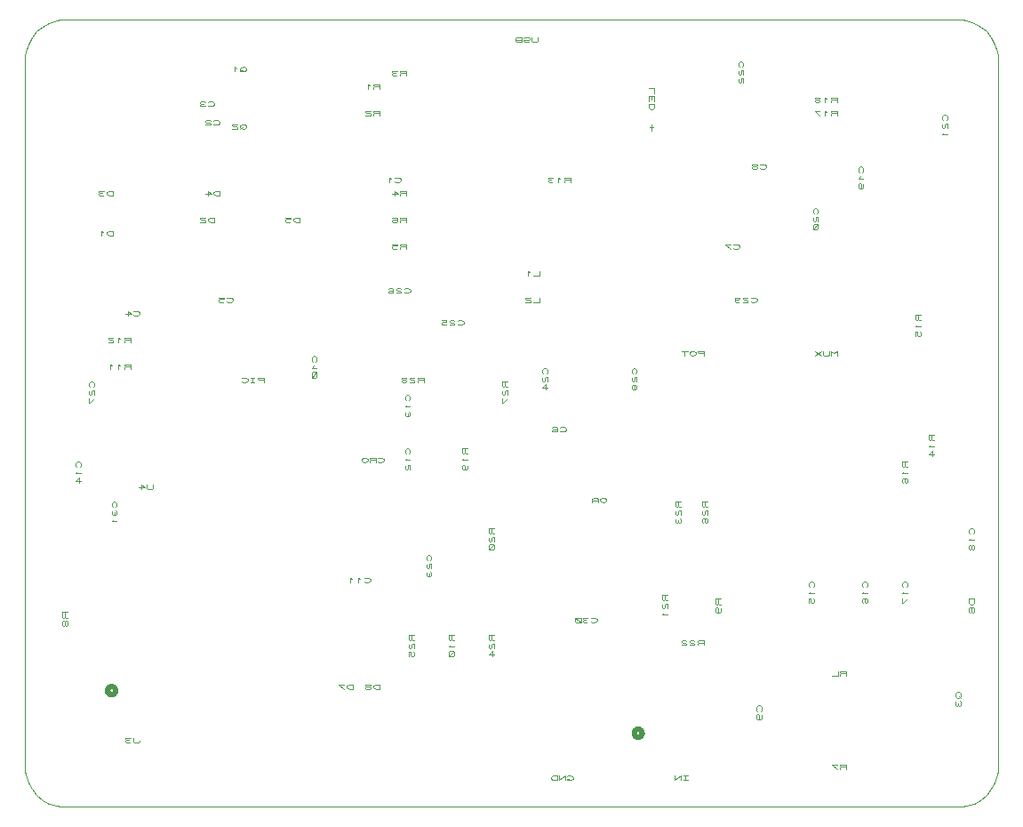
<source format=gbr>
G04 PROTEUS GERBER X2 FILE*
%TF.GenerationSoftware,Labcenter,Proteus,8.16-SP3-Build36097*%
%TF.CreationDate,2025-03-10T19:07:48+00:00*%
%TF.FileFunction,Legend,Bot*%
%TF.FilePolarity,Positive*%
%TF.Part,Single*%
%TF.SameCoordinates,{20daa937-f823-4944-9cf4-50eea9ef3d69}*%
%FSLAX45Y45*%
%MOMM*%
G01*
%TA.AperFunction,NonMaterial*%
%ADD21C,0.101600*%
%TA.AperFunction,Material*%
%ADD23C,0.508000*%
%TA.AperFunction,Profile*%
%ADD20C,0.101600*%
%TD.AperFunction*%
D21*
X+8369300Y+3660140D02*
X+8369300Y+3705860D01*
X+8321675Y+3705860D01*
X+8312150Y+3698240D01*
X+8312150Y+3690620D01*
X+8321675Y+3683000D01*
X+8369300Y+3683000D01*
X+8321675Y+3683000D02*
X+8312150Y+3675380D01*
X+8312150Y+3660140D01*
X+8274050Y+3690620D02*
X+8255000Y+3705860D01*
X+8255000Y+3660140D01*
X+8197850Y+3683000D02*
X+8207375Y+3690620D01*
X+8207375Y+3698240D01*
X+8197850Y+3705860D01*
X+8169275Y+3705860D01*
X+8159750Y+3698240D01*
X+8159750Y+3690620D01*
X+8169275Y+3683000D01*
X+8197850Y+3683000D01*
X+8207375Y+3675380D01*
X+8207375Y+3667760D01*
X+8197850Y+3660140D01*
X+8169275Y+3660140D01*
X+8159750Y+3667760D01*
X+8159750Y+3675380D01*
X+8169275Y+3683000D01*
X+8369300Y+3533140D02*
X+8369300Y+3578860D01*
X+8321675Y+3578860D01*
X+8312150Y+3571240D01*
X+8312150Y+3563620D01*
X+8321675Y+3556000D01*
X+8369300Y+3556000D01*
X+8321675Y+3556000D02*
X+8312150Y+3548380D01*
X+8312150Y+3533140D01*
X+8274050Y+3563620D02*
X+8255000Y+3578860D01*
X+8255000Y+3533140D01*
X+8207375Y+3578860D02*
X+8159750Y+3578860D01*
X+8159750Y+3571240D01*
X+8207375Y+3533140D01*
X+7470140Y+3994150D02*
X+7477760Y+4003675D01*
X+7477760Y+4032250D01*
X+7462520Y+4051300D01*
X+7447280Y+4051300D01*
X+7432040Y+4032250D01*
X+7432040Y+4003675D01*
X+7439660Y+3994150D01*
X+7439660Y+3965575D02*
X+7432040Y+3956050D01*
X+7432040Y+3927475D01*
X+7439660Y+3917950D01*
X+7447280Y+3917950D01*
X+7454900Y+3927475D01*
X+7454900Y+3956050D01*
X+7462520Y+3965575D01*
X+7477760Y+3965575D01*
X+7477760Y+3917950D01*
X+7439660Y+3889375D02*
X+7432040Y+3879850D01*
X+7432040Y+3851275D01*
X+7439660Y+3841750D01*
X+7447280Y+3841750D01*
X+7454900Y+3851275D01*
X+7454900Y+3879850D01*
X+7462520Y+3889375D01*
X+7477760Y+3889375D01*
X+7477760Y+3841750D01*
X+9413240Y+3486150D02*
X+9420860Y+3495675D01*
X+9420860Y+3524250D01*
X+9405620Y+3543300D01*
X+9390380Y+3543300D01*
X+9375140Y+3524250D01*
X+9375140Y+3495675D01*
X+9382760Y+3486150D01*
X+9382760Y+3457575D02*
X+9375140Y+3448050D01*
X+9375140Y+3419475D01*
X+9382760Y+3409950D01*
X+9390380Y+3409950D01*
X+9398000Y+3419475D01*
X+9398000Y+3448050D01*
X+9405620Y+3457575D01*
X+9420860Y+3457575D01*
X+9420860Y+3409950D01*
X+9390380Y+3371850D02*
X+9375140Y+3352800D01*
X+9420860Y+3352800D01*
X+8369300Y+1247140D02*
X+8369300Y+1292860D01*
X+8340725Y+1270000D01*
X+8312150Y+1292860D01*
X+8312150Y+1247140D01*
X+8293100Y+1292860D02*
X+8293100Y+1254760D01*
X+8283575Y+1247140D01*
X+8245475Y+1247140D01*
X+8235950Y+1254760D01*
X+8235950Y+1292860D01*
X+8216900Y+1292860D02*
X+8159750Y+1247140D01*
X+8216900Y+1247140D02*
X+8159750Y+1292860D01*
X+8181340Y+2597150D02*
X+8188960Y+2606675D01*
X+8188960Y+2635250D01*
X+8173720Y+2654300D01*
X+8158480Y+2654300D01*
X+8143240Y+2635250D01*
X+8143240Y+2606675D01*
X+8150860Y+2597150D01*
X+8150860Y+2568575D02*
X+8143240Y+2559050D01*
X+8143240Y+2530475D01*
X+8150860Y+2520950D01*
X+8158480Y+2520950D01*
X+8166100Y+2530475D01*
X+8166100Y+2559050D01*
X+8173720Y+2568575D01*
X+8188960Y+2568575D01*
X+8188960Y+2520950D01*
X+8181340Y+2501900D02*
X+8150860Y+2501900D01*
X+8143240Y+2492375D01*
X+8143240Y+2454275D01*
X+8150860Y+2444750D01*
X+8181340Y+2444750D01*
X+8188960Y+2454275D01*
X+8188960Y+2492375D01*
X+8181340Y+2501900D01*
X+8188960Y+2501900D02*
X+8143240Y+2444750D01*
X+8458200Y-2689860D02*
X+8458200Y-2644140D01*
X+8410575Y-2644140D01*
X+8401050Y-2651760D01*
X+8401050Y-2659380D01*
X+8410575Y-2667000D01*
X+8458200Y-2667000D01*
X+8410575Y-2667000D02*
X+8401050Y-2674620D01*
X+8401050Y-2689860D01*
X+8372475Y-2644140D02*
X+8324850Y-2644140D01*
X+8324850Y-2651760D01*
X+8372475Y-2689860D01*
X+7639050Y+3032760D02*
X+7648575Y+3025140D01*
X+7677150Y+3025140D01*
X+7696200Y+3040380D01*
X+7696200Y+3055620D01*
X+7677150Y+3070860D01*
X+7648575Y+3070860D01*
X+7639050Y+3063240D01*
X+7600950Y+3048000D02*
X+7610475Y+3055620D01*
X+7610475Y+3063240D01*
X+7600950Y+3070860D01*
X+7572375Y+3070860D01*
X+7562850Y+3063240D01*
X+7562850Y+3055620D01*
X+7572375Y+3048000D01*
X+7600950Y+3048000D01*
X+7610475Y+3040380D01*
X+7610475Y+3032760D01*
X+7600950Y+3025140D01*
X+7572375Y+3025140D01*
X+7562850Y+3032760D01*
X+7562850Y+3040380D01*
X+7572375Y+3048000D01*
X+7385050Y+2270760D02*
X+7394575Y+2263140D01*
X+7423150Y+2263140D01*
X+7442200Y+2278380D01*
X+7442200Y+2293620D01*
X+7423150Y+2308860D01*
X+7394575Y+2308860D01*
X+7385050Y+2301240D01*
X+7356475Y+2308860D02*
X+7308850Y+2308860D01*
X+7308850Y+2301240D01*
X+7356475Y+2263140D01*
X+9674860Y-1066800D02*
X+9629140Y-1066800D01*
X+9629140Y-1104900D01*
X+9644380Y-1123950D01*
X+9659620Y-1123950D01*
X+9674860Y-1104900D01*
X+9674860Y-1066800D01*
X+9636760Y-1200150D02*
X+9629140Y-1190625D01*
X+9629140Y-1162050D01*
X+9636760Y-1152525D01*
X+9667240Y-1152525D01*
X+9674860Y-1162050D01*
X+9674860Y-1190625D01*
X+9667240Y-1200150D01*
X+9659620Y-1200150D01*
X+9652000Y-1190625D01*
X+9652000Y-1152525D01*
X+9517380Y-1955800D02*
X+9502140Y-1974850D01*
X+9502140Y-1993900D01*
X+9517380Y-2012950D01*
X+9532620Y-2012950D01*
X+9547860Y-1993900D01*
X+9547860Y-1974850D01*
X+9532620Y-1955800D01*
X+9517380Y-1955800D01*
X+9532620Y-1993900D02*
X+9547860Y-2012950D01*
X+9509760Y-2041525D02*
X+9502140Y-2051050D01*
X+9502140Y-2079625D01*
X+9509760Y-2089150D01*
X+9517380Y-2089150D01*
X+9525000Y-2079625D01*
X+9532620Y-2089150D01*
X+9540240Y-2089150D01*
X+9547860Y-2079625D01*
X+9547860Y-2051050D01*
X+9540240Y-2041525D01*
X+9525000Y-2060575D02*
X+9525000Y-2079625D01*
X+7643240Y-2139950D02*
X+7650860Y-2130425D01*
X+7650860Y-2101850D01*
X+7635620Y-2082800D01*
X+7620380Y-2082800D01*
X+7605140Y-2101850D01*
X+7605140Y-2130425D01*
X+7612760Y-2139950D01*
X+7620380Y-2216150D02*
X+7628000Y-2206625D01*
X+7628000Y-2178050D01*
X+7620380Y-2168525D01*
X+7612760Y-2168525D01*
X+7605140Y-2178050D01*
X+7605140Y-2206625D01*
X+7612760Y-2216150D01*
X+7643240Y-2216150D01*
X+7650860Y-2206625D01*
X+7650860Y-2178050D01*
X+8143240Y-958850D02*
X+8150860Y-949325D01*
X+8150860Y-920750D01*
X+8135620Y-901700D01*
X+8120380Y-901700D01*
X+8105140Y-920750D01*
X+8105140Y-949325D01*
X+8112760Y-958850D01*
X+8120380Y-996950D02*
X+8105140Y-1016000D01*
X+8150860Y-1016000D01*
X+8105140Y-1111250D02*
X+8105140Y-1063625D01*
X+8120380Y-1063625D01*
X+8120380Y-1101725D01*
X+8128000Y-1111250D01*
X+8143240Y-1111250D01*
X+8150860Y-1101725D01*
X+8150860Y-1073150D01*
X+8143240Y-1063625D01*
X+8651240Y-958850D02*
X+8658860Y-949325D01*
X+8658860Y-920750D01*
X+8643620Y-901700D01*
X+8628380Y-901700D01*
X+8613140Y-920750D01*
X+8613140Y-949325D01*
X+8620760Y-958850D01*
X+8628380Y-996950D02*
X+8613140Y-1016000D01*
X+8658860Y-1016000D01*
X+8620760Y-1111250D02*
X+8613140Y-1101725D01*
X+8613140Y-1073150D01*
X+8620760Y-1063625D01*
X+8651240Y-1063625D01*
X+8658860Y-1073150D01*
X+8658860Y-1101725D01*
X+8651240Y-1111250D01*
X+8643620Y-1111250D01*
X+8636000Y-1101725D01*
X+8636000Y-1063625D01*
X+9032240Y-958850D02*
X+9039860Y-949325D01*
X+9039860Y-920750D01*
X+9024620Y-901700D01*
X+9009380Y-901700D01*
X+8994140Y-920750D01*
X+8994140Y-949325D01*
X+9001760Y-958850D01*
X+9009380Y-996950D02*
X+8994140Y-1016000D01*
X+9039860Y-1016000D01*
X+8994140Y-1063625D02*
X+8994140Y-1111250D01*
X+9001760Y-1111250D01*
X+9039860Y-1063625D01*
X+9667240Y-450850D02*
X+9674860Y-441325D01*
X+9674860Y-412750D01*
X+9659620Y-393700D01*
X+9644380Y-393700D01*
X+9629140Y-412750D01*
X+9629140Y-441325D01*
X+9636760Y-450850D01*
X+9644380Y-488950D02*
X+9629140Y-508000D01*
X+9674860Y-508000D01*
X+9652000Y-565150D02*
X+9644380Y-555625D01*
X+9636760Y-555625D01*
X+9629140Y-565150D01*
X+9629140Y-593725D01*
X+9636760Y-603250D01*
X+9644380Y-603250D01*
X+9652000Y-593725D01*
X+9652000Y-565150D01*
X+9659620Y-555625D01*
X+9667240Y-555625D01*
X+9674860Y-565150D01*
X+9674860Y-593725D01*
X+9667240Y-603250D01*
X+9659620Y-603250D01*
X+9652000Y-593725D01*
X+9293860Y+495300D02*
X+9248140Y+495300D01*
X+9248140Y+447675D01*
X+9255760Y+438150D01*
X+9263380Y+438150D01*
X+9271000Y+447675D01*
X+9271000Y+495300D01*
X+9271000Y+447675D02*
X+9278620Y+438150D01*
X+9293860Y+438150D01*
X+9263380Y+400050D02*
X+9248140Y+381000D01*
X+9293860Y+381000D01*
X+9278620Y+285750D02*
X+9278620Y+342900D01*
X+9248140Y+304800D01*
X+9293860Y+304800D01*
X+7261860Y-1066800D02*
X+7216140Y-1066800D01*
X+7216140Y-1114425D01*
X+7223760Y-1123950D01*
X+7231380Y-1123950D01*
X+7239000Y-1114425D01*
X+7239000Y-1066800D01*
X+7239000Y-1114425D02*
X+7246620Y-1123950D01*
X+7261860Y-1123950D01*
X+7231380Y-1200150D02*
X+7239000Y-1190625D01*
X+7239000Y-1162050D01*
X+7231380Y-1152525D01*
X+7223760Y-1152525D01*
X+7216140Y-1162050D01*
X+7216140Y-1190625D01*
X+7223760Y-1200150D01*
X+7254240Y-1200150D01*
X+7261860Y-1190625D01*
X+7261860Y-1162050D01*
X+6753860Y-1028700D02*
X+6708140Y-1028700D01*
X+6708140Y-1076325D01*
X+6715760Y-1085850D01*
X+6723380Y-1085850D01*
X+6731000Y-1076325D01*
X+6731000Y-1028700D01*
X+6731000Y-1076325D02*
X+6738620Y-1085850D01*
X+6753860Y-1085850D01*
X+6715760Y-1114425D02*
X+6708140Y-1123950D01*
X+6708140Y-1152525D01*
X+6715760Y-1162050D01*
X+6723380Y-1162050D01*
X+6731000Y-1152525D01*
X+6731000Y-1123950D01*
X+6738620Y-1114425D01*
X+6753860Y-1114425D01*
X+6753860Y-1162050D01*
X+6723380Y-1200150D02*
X+6708140Y-1219200D01*
X+6753860Y-1219200D01*
X+7099300Y-1508760D02*
X+7099300Y-1463040D01*
X+7051675Y-1463040D01*
X+7042150Y-1470660D01*
X+7042150Y-1478280D01*
X+7051675Y-1485900D01*
X+7099300Y-1485900D01*
X+7051675Y-1485900D02*
X+7042150Y-1493520D01*
X+7042150Y-1508760D01*
X+7013575Y-1470660D02*
X+7004050Y-1463040D01*
X+6975475Y-1463040D01*
X+6965950Y-1470660D01*
X+6965950Y-1478280D01*
X+6975475Y-1485900D01*
X+7004050Y-1485900D01*
X+7013575Y-1493520D01*
X+7013575Y-1508760D01*
X+6965950Y-1508760D01*
X+6937375Y-1470660D02*
X+6927850Y-1463040D01*
X+6899275Y-1463040D01*
X+6889750Y-1470660D01*
X+6889750Y-1478280D01*
X+6899275Y-1485900D01*
X+6927850Y-1485900D01*
X+6937375Y-1493520D01*
X+6937375Y-1508760D01*
X+6889750Y-1508760D01*
X+7099300Y+1247140D02*
X+7099300Y+1292860D01*
X+7051675Y+1292860D01*
X+7042150Y+1285240D01*
X+7042150Y+1277620D01*
X+7051675Y+1270000D01*
X+7099300Y+1270000D01*
X+7023100Y+1277620D02*
X+7004050Y+1292860D01*
X+6985000Y+1292860D01*
X+6965950Y+1277620D01*
X+6965950Y+1262380D01*
X+6985000Y+1247140D01*
X+7004050Y+1247140D01*
X+7023100Y+1262380D01*
X+7023100Y+1277620D01*
X+6946900Y+1292860D02*
X+6889750Y+1292860D01*
X+6918325Y+1292860D02*
X+6918325Y+1247140D01*
X+1727200Y-2420620D02*
X+1727200Y-2428240D01*
X+1717675Y-2435860D01*
X+1679575Y-2435860D01*
X+1670050Y-2428240D01*
X+1670050Y-2390140D01*
X+1641475Y-2397760D02*
X+1631950Y-2390140D01*
X+1603375Y-2390140D01*
X+1593850Y-2397760D01*
X+1593850Y-2405380D01*
X+1603375Y-2413000D01*
X+1593850Y-2420620D01*
X+1593850Y-2428240D01*
X+1603375Y-2435860D01*
X+1631950Y-2435860D01*
X+1641475Y-2428240D01*
X+1622425Y-2413000D02*
X+1603375Y-2413000D01*
X+1038860Y-1193800D02*
X+993140Y-1193800D01*
X+993140Y-1241425D01*
X+1000760Y-1250950D01*
X+1008380Y-1250950D01*
X+1016000Y-1241425D01*
X+1016000Y-1193800D01*
X+1016000Y-1241425D02*
X+1023620Y-1250950D01*
X+1038860Y-1250950D01*
X+1016000Y-1289050D02*
X+1008380Y-1279525D01*
X+1000760Y-1279525D01*
X+993140Y-1289050D01*
X+993140Y-1317625D01*
X+1000760Y-1327150D01*
X+1008380Y-1327150D01*
X+1016000Y-1317625D01*
X+1016000Y-1289050D01*
X+1023620Y-1279525D01*
X+1031240Y-1279525D01*
X+1038860Y-1289050D01*
X+1038860Y-1317625D01*
X+1031240Y-1327150D01*
X+1023620Y-1327150D01*
X+1016000Y-1317625D01*
X+1158240Y+184150D02*
X+1165860Y+193675D01*
X+1165860Y+222250D01*
X+1150620Y+241300D01*
X+1135380Y+241300D01*
X+1120140Y+222250D01*
X+1120140Y+193675D01*
X+1127760Y+184150D01*
X+1135380Y+146050D02*
X+1120140Y+127000D01*
X+1165860Y+127000D01*
X+1150620Y+31750D02*
X+1150620Y+88900D01*
X+1120140Y+50800D01*
X+1165860Y+50800D01*
X+1638300Y+1374140D02*
X+1638300Y+1419860D01*
X+1590675Y+1419860D01*
X+1581150Y+1412240D01*
X+1581150Y+1404620D01*
X+1590675Y+1397000D01*
X+1638300Y+1397000D01*
X+1590675Y+1397000D02*
X+1581150Y+1389380D01*
X+1581150Y+1374140D01*
X+1543050Y+1404620D02*
X+1524000Y+1419860D01*
X+1524000Y+1374140D01*
X+1476375Y+1412240D02*
X+1466850Y+1419860D01*
X+1438275Y+1419860D01*
X+1428750Y+1412240D01*
X+1428750Y+1404620D01*
X+1438275Y+1397000D01*
X+1466850Y+1397000D01*
X+1476375Y+1389380D01*
X+1476375Y+1374140D01*
X+1428750Y+1374140D01*
X+1638300Y+1120140D02*
X+1638300Y+1165860D01*
X+1590675Y+1165860D01*
X+1581150Y+1158240D01*
X+1581150Y+1150620D01*
X+1590675Y+1143000D01*
X+1638300Y+1143000D01*
X+1590675Y+1143000D02*
X+1581150Y+1135380D01*
X+1581150Y+1120140D01*
X+1543050Y+1150620D02*
X+1524000Y+1165860D01*
X+1524000Y+1120140D01*
X+1466850Y+1150620D02*
X+1447800Y+1165860D01*
X+1447800Y+1120140D01*
X+2908300Y+993140D02*
X+2908300Y+1038860D01*
X+2860675Y+1038860D01*
X+2851150Y+1031240D01*
X+2851150Y+1023620D01*
X+2860675Y+1016000D01*
X+2908300Y+1016000D01*
X+2822575Y+1038860D02*
X+2784475Y+1038860D01*
X+2803525Y+1038860D02*
X+2803525Y+993140D01*
X+2822575Y+993140D02*
X+2784475Y+993140D01*
X+2698750Y+1000760D02*
X+2708275Y+993140D01*
X+2736850Y+993140D01*
X+2755900Y+1008380D01*
X+2755900Y+1023620D01*
X+2736850Y+1038860D01*
X+2708275Y+1038860D01*
X+2698750Y+1031240D01*
X+1501140Y-196850D02*
X+1508760Y-187325D01*
X+1508760Y-158750D01*
X+1493520Y-139700D01*
X+1478280Y-139700D01*
X+1463040Y-158750D01*
X+1463040Y-187325D01*
X+1470660Y-196850D01*
X+1470660Y-225425D02*
X+1463040Y-234950D01*
X+1463040Y-263525D01*
X+1470660Y-273050D01*
X+1478280Y-273050D01*
X+1485900Y-263525D01*
X+1493520Y-273050D01*
X+1501140Y-273050D01*
X+1508760Y-263525D01*
X+1508760Y-234950D01*
X+1501140Y-225425D01*
X+1485900Y-244475D02*
X+1485900Y-263525D01*
X+1478280Y-311150D02*
X+1463040Y-330200D01*
X+1508760Y-330200D01*
X+9166860Y+1638300D02*
X+9121140Y+1638300D01*
X+9121140Y+1590675D01*
X+9128760Y+1581150D01*
X+9136380Y+1581150D01*
X+9144000Y+1590675D01*
X+9144000Y+1638300D01*
X+9144000Y+1590675D02*
X+9151620Y+1581150D01*
X+9166860Y+1581150D01*
X+9136380Y+1543050D02*
X+9121140Y+1524000D01*
X+9166860Y+1524000D01*
X+9121140Y+1428750D02*
X+9121140Y+1476375D01*
X+9136380Y+1476375D01*
X+9136380Y+1438275D01*
X+9144000Y+1428750D01*
X+9159240Y+1428750D01*
X+9166860Y+1438275D01*
X+9166860Y+1466850D01*
X+9159240Y+1476375D01*
X+8613140Y+2990850D02*
X+8620760Y+3000375D01*
X+8620760Y+3028950D01*
X+8605520Y+3048000D01*
X+8590280Y+3048000D01*
X+8575040Y+3028950D01*
X+8575040Y+3000375D01*
X+8582660Y+2990850D01*
X+8590280Y+2952750D02*
X+8575040Y+2933700D01*
X+8620760Y+2933700D01*
X+8590280Y+2838450D02*
X+8597900Y+2847975D01*
X+8597900Y+2876550D01*
X+8590280Y+2886075D01*
X+8582660Y+2886075D01*
X+8575040Y+2876550D01*
X+8575040Y+2847975D01*
X+8582660Y+2838450D01*
X+8613140Y+2838450D01*
X+8620760Y+2847975D01*
X+8620760Y+2876550D01*
X+9039860Y+241300D02*
X+8994140Y+241300D01*
X+8994140Y+193675D01*
X+9001760Y+184150D01*
X+9009380Y+184150D01*
X+9017000Y+193675D01*
X+9017000Y+241300D01*
X+9017000Y+193675D02*
X+9024620Y+184150D01*
X+9039860Y+184150D01*
X+9009380Y+146050D02*
X+8994140Y+127000D01*
X+9039860Y+127000D01*
X+9001760Y+31750D02*
X+8994140Y+41275D01*
X+8994140Y+69850D01*
X+9001760Y+79375D01*
X+9032240Y+79375D01*
X+9039860Y+69850D01*
X+9039860Y+41275D01*
X+9032240Y+31750D01*
X+9024620Y+31750D01*
X+9017000Y+41275D01*
X+9017000Y+79375D01*
X+8458200Y-1800860D02*
X+8458200Y-1755140D01*
X+8410575Y-1755140D01*
X+8401050Y-1762760D01*
X+8401050Y-1770380D01*
X+8410575Y-1778000D01*
X+8458200Y-1778000D01*
X+8410575Y-1778000D02*
X+8401050Y-1785620D01*
X+8401050Y-1800860D01*
X+8382000Y-1755140D02*
X+8382000Y-1800860D01*
X+8324850Y-1800860D01*
X+5102860Y-1409700D02*
X+5057140Y-1409700D01*
X+5057140Y-1457325D01*
X+5064760Y-1466850D01*
X+5072380Y-1466850D01*
X+5080000Y-1457325D01*
X+5080000Y-1409700D01*
X+5080000Y-1457325D02*
X+5087620Y-1466850D01*
X+5102860Y-1466850D01*
X+5064760Y-1495425D02*
X+5057140Y-1504950D01*
X+5057140Y-1533525D01*
X+5064760Y-1543050D01*
X+5072380Y-1543050D01*
X+5080000Y-1533525D01*
X+5080000Y-1504950D01*
X+5087620Y-1495425D01*
X+5102860Y-1495425D01*
X+5102860Y-1543050D01*
X+5087620Y-1619250D02*
X+5087620Y-1562100D01*
X+5057140Y-1600200D01*
X+5102860Y-1600200D01*
X+4721860Y-1409700D02*
X+4676140Y-1409700D01*
X+4676140Y-1457325D01*
X+4683760Y-1466850D01*
X+4691380Y-1466850D01*
X+4699000Y-1457325D01*
X+4699000Y-1409700D01*
X+4699000Y-1457325D02*
X+4706620Y-1466850D01*
X+4721860Y-1466850D01*
X+4691380Y-1504950D02*
X+4676140Y-1524000D01*
X+4721860Y-1524000D01*
X+4714240Y-1562100D02*
X+4683760Y-1562100D01*
X+4676140Y-1571625D01*
X+4676140Y-1609725D01*
X+4683760Y-1619250D01*
X+4714240Y-1619250D01*
X+4721860Y-1609725D01*
X+4721860Y-1571625D01*
X+4714240Y-1562100D01*
X+4721860Y-1562100D02*
X+4676140Y-1619250D01*
X+4340860Y-1409700D02*
X+4295140Y-1409700D01*
X+4295140Y-1457325D01*
X+4302760Y-1466850D01*
X+4310380Y-1466850D01*
X+4318000Y-1457325D01*
X+4318000Y-1409700D01*
X+4318000Y-1457325D02*
X+4325620Y-1466850D01*
X+4340860Y-1466850D01*
X+4302760Y-1495425D02*
X+4295140Y-1504950D01*
X+4295140Y-1533525D01*
X+4302760Y-1543050D01*
X+4310380Y-1543050D01*
X+4318000Y-1533525D01*
X+4318000Y-1504950D01*
X+4325620Y-1495425D01*
X+4340860Y-1495425D01*
X+4340860Y-1543050D01*
X+4295140Y-1619250D02*
X+4295140Y-1571625D01*
X+4310380Y-1571625D01*
X+4310380Y-1609725D01*
X+4318000Y-1619250D01*
X+4333240Y-1619250D01*
X+4340860Y-1609725D01*
X+4340860Y-1581150D01*
X+4333240Y-1571625D01*
X+4013200Y-1927860D02*
X+4013200Y-1882140D01*
X+3975100Y-1882140D01*
X+3956050Y-1897380D01*
X+3956050Y-1912620D01*
X+3975100Y-1927860D01*
X+4013200Y-1927860D01*
X+3917950Y-1905000D02*
X+3927475Y-1897380D01*
X+3927475Y-1889760D01*
X+3917950Y-1882140D01*
X+3889375Y-1882140D01*
X+3879850Y-1889760D01*
X+3879850Y-1897380D01*
X+3889375Y-1905000D01*
X+3917950Y-1905000D01*
X+3927475Y-1912620D01*
X+3927475Y-1920240D01*
X+3917950Y-1927860D01*
X+3889375Y-1927860D01*
X+3879850Y-1920240D01*
X+3879850Y-1912620D01*
X+3889375Y-1905000D01*
X+3759200Y-1927860D02*
X+3759200Y-1882140D01*
X+3721100Y-1882140D01*
X+3702050Y-1897380D01*
X+3702050Y-1912620D01*
X+3721100Y-1927860D01*
X+3759200Y-1927860D01*
X+3673475Y-1882140D02*
X+3625850Y-1882140D01*
X+3625850Y-1889760D01*
X+3673475Y-1927860D01*
X+7550150Y+1762760D02*
X+7559675Y+1755140D01*
X+7588250Y+1755140D01*
X+7607300Y+1770380D01*
X+7607300Y+1785620D01*
X+7588250Y+1800860D01*
X+7559675Y+1800860D01*
X+7550150Y+1793240D01*
X+7521575Y+1793240D02*
X+7512050Y+1800860D01*
X+7483475Y+1800860D01*
X+7473950Y+1793240D01*
X+7473950Y+1785620D01*
X+7483475Y+1778000D01*
X+7512050Y+1778000D01*
X+7521575Y+1770380D01*
X+7521575Y+1755140D01*
X+7473950Y+1755140D01*
X+7397750Y+1785620D02*
X+7407275Y+1778000D01*
X+7435850Y+1778000D01*
X+7445375Y+1785620D01*
X+7445375Y+1793240D01*
X+7435850Y+1800860D01*
X+7407275Y+1800860D01*
X+7397750Y+1793240D01*
X+7397750Y+1762760D01*
X+7407275Y+1755140D01*
X+7435850Y+1755140D01*
X+7134860Y-139700D02*
X+7089140Y-139700D01*
X+7089140Y-187325D01*
X+7096760Y-196850D01*
X+7104380Y-196850D01*
X+7112000Y-187325D01*
X+7112000Y-139700D01*
X+7112000Y-187325D02*
X+7119620Y-196850D01*
X+7134860Y-196850D01*
X+7096760Y-225425D02*
X+7089140Y-234950D01*
X+7089140Y-263525D01*
X+7096760Y-273050D01*
X+7104380Y-273050D01*
X+7112000Y-263525D01*
X+7112000Y-234950D01*
X+7119620Y-225425D01*
X+7134860Y-225425D01*
X+7134860Y-273050D01*
X+7096760Y-349250D02*
X+7089140Y-339725D01*
X+7089140Y-311150D01*
X+7096760Y-301625D01*
X+7127240Y-301625D01*
X+7134860Y-311150D01*
X+7134860Y-339725D01*
X+7127240Y-349250D01*
X+7119620Y-349250D01*
X+7112000Y-339725D01*
X+7112000Y-301625D01*
X+6880860Y-139700D02*
X+6835140Y-139700D01*
X+6835140Y-187325D01*
X+6842760Y-196850D01*
X+6850380Y-196850D01*
X+6858000Y-187325D01*
X+6858000Y-139700D01*
X+6858000Y-187325D02*
X+6865620Y-196850D01*
X+6880860Y-196850D01*
X+6842760Y-225425D02*
X+6835140Y-234950D01*
X+6835140Y-263525D01*
X+6842760Y-273050D01*
X+6850380Y-273050D01*
X+6858000Y-263525D01*
X+6858000Y-234950D01*
X+6865620Y-225425D01*
X+6880860Y-225425D01*
X+6880860Y-273050D01*
X+6842760Y-301625D02*
X+6835140Y-311150D01*
X+6835140Y-339725D01*
X+6842760Y-349250D01*
X+6850380Y-349250D01*
X+6858000Y-339725D01*
X+6865620Y-349250D01*
X+6873240Y-349250D01*
X+6880860Y-339725D01*
X+6880860Y-311150D01*
X+6873240Y-301625D01*
X+6858000Y-320675D02*
X+6858000Y-339725D01*
X+6172200Y-119380D02*
X+6153150Y-104140D01*
X+6134100Y-104140D01*
X+6115050Y-119380D01*
X+6115050Y-134620D01*
X+6134100Y-149860D01*
X+6153150Y-149860D01*
X+6172200Y-134620D01*
X+6172200Y-119380D01*
X+6096000Y-149860D02*
X+6096000Y-119380D01*
X+6076950Y-104140D01*
X+6057900Y-104140D01*
X+6038850Y-119380D01*
X+6038850Y-149860D01*
X+6096000Y-134620D02*
X+6038850Y-134620D01*
X+6581140Y+3797300D02*
X+6626860Y+3797300D01*
X+6626860Y+3740150D01*
X+6626860Y+3663950D02*
X+6626860Y+3721100D01*
X+6581140Y+3721100D01*
X+6581140Y+3663950D01*
X+6604000Y+3721100D02*
X+6604000Y+3683000D01*
X+6626860Y+3644900D02*
X+6581140Y+3644900D01*
X+6581140Y+3606800D01*
X+6596380Y+3587750D01*
X+6611620Y+3587750D01*
X+6626860Y+3606800D01*
X+6626860Y+3644900D01*
X+6604000Y+3390900D02*
X+6604000Y+3448050D01*
X+6588760Y+3419475D02*
X+6619240Y+3419475D01*
X+6026150Y-1285240D02*
X+6035675Y-1292860D01*
X+6064250Y-1292860D01*
X+6083300Y-1277620D01*
X+6083300Y-1262380D01*
X+6064250Y-1247140D01*
X+6035675Y-1247140D01*
X+6026150Y-1254760D01*
X+5997575Y-1254760D02*
X+5988050Y-1247140D01*
X+5959475Y-1247140D01*
X+5949950Y-1254760D01*
X+5949950Y-1262380D01*
X+5959475Y-1270000D01*
X+5949950Y-1277620D01*
X+5949950Y-1285240D01*
X+5959475Y-1292860D01*
X+5988050Y-1292860D01*
X+5997575Y-1285240D01*
X+5978525Y-1270000D02*
X+5959475Y-1270000D01*
X+5930900Y-1285240D02*
X+5930900Y-1254760D01*
X+5921375Y-1247140D01*
X+5883275Y-1247140D01*
X+5873750Y-1254760D01*
X+5873750Y-1285240D01*
X+5883275Y-1292860D01*
X+5921375Y-1292860D01*
X+5930900Y-1285240D01*
X+5930900Y-1292860D02*
X+5873750Y-1247140D01*
X+3994150Y+238760D02*
X+4003675Y+231140D01*
X+4032250Y+231140D01*
X+4051300Y+246380D01*
X+4051300Y+261620D01*
X+4032250Y+276860D01*
X+4003675Y+276860D01*
X+3994150Y+269240D01*
X+3975100Y+231140D02*
X+3975100Y+276860D01*
X+3927475Y+276860D01*
X+3917950Y+269240D01*
X+3917950Y+261620D01*
X+3927475Y+254000D01*
X+3975100Y+254000D01*
X+3927475Y+254000D02*
X+3917950Y+246380D01*
X+3917950Y+231140D01*
X+3898900Y+261620D02*
X+3879850Y+276860D01*
X+3860800Y+276860D01*
X+3841750Y+261620D01*
X+3841750Y+246380D01*
X+3860800Y+231140D01*
X+3879850Y+231140D01*
X+3898900Y+246380D01*
X+3898900Y+261620D01*
X+4848860Y+368300D02*
X+4803140Y+368300D01*
X+4803140Y+320675D01*
X+4810760Y+311150D01*
X+4818380Y+311150D01*
X+4826000Y+320675D01*
X+4826000Y+368300D01*
X+4826000Y+320675D02*
X+4833620Y+311150D01*
X+4848860Y+311150D01*
X+4818380Y+273050D02*
X+4803140Y+254000D01*
X+4848860Y+254000D01*
X+4818380Y+158750D02*
X+4826000Y+168275D01*
X+4826000Y+196850D01*
X+4818380Y+206375D01*
X+4810760Y+206375D01*
X+4803140Y+196850D01*
X+4803140Y+168275D01*
X+4810760Y+158750D01*
X+4841240Y+158750D01*
X+4848860Y+168275D01*
X+4848860Y+196850D01*
X+4295140Y+819150D02*
X+4302760Y+828675D01*
X+4302760Y+857250D01*
X+4287520Y+876300D01*
X+4272280Y+876300D01*
X+4257040Y+857250D01*
X+4257040Y+828675D01*
X+4264660Y+819150D01*
X+4272280Y+781050D02*
X+4257040Y+762000D01*
X+4302760Y+762000D01*
X+4264660Y+714375D02*
X+4257040Y+704850D01*
X+4257040Y+676275D01*
X+4264660Y+666750D01*
X+4272280Y+666750D01*
X+4279900Y+676275D01*
X+4287520Y+666750D01*
X+4295140Y+666750D01*
X+4302760Y+676275D01*
X+4302760Y+704850D01*
X+4295140Y+714375D01*
X+4279900Y+695325D02*
X+4279900Y+676275D01*
X+4498340Y-704850D02*
X+4505960Y-695325D01*
X+4505960Y-666750D01*
X+4490720Y-647700D01*
X+4475480Y-647700D01*
X+4460240Y-666750D01*
X+4460240Y-695325D01*
X+4467860Y-704850D01*
X+4467860Y-733425D02*
X+4460240Y-742950D01*
X+4460240Y-771525D01*
X+4467860Y-781050D01*
X+4475480Y-781050D01*
X+4483100Y-771525D01*
X+4483100Y-742950D01*
X+4490720Y-733425D01*
X+4505960Y-733425D01*
X+4505960Y-781050D01*
X+4467860Y-809625D02*
X+4460240Y-819150D01*
X+4460240Y-847725D01*
X+4467860Y-857250D01*
X+4475480Y-857250D01*
X+4483100Y-847725D01*
X+4490720Y-857250D01*
X+4498340Y-857250D01*
X+4505960Y-847725D01*
X+4505960Y-819150D01*
X+4498340Y-809625D01*
X+4483100Y-828675D02*
X+4483100Y-847725D01*
X+4295140Y+311150D02*
X+4302760Y+320675D01*
X+4302760Y+349250D01*
X+4287520Y+368300D01*
X+4272280Y+368300D01*
X+4257040Y+349250D01*
X+4257040Y+320675D01*
X+4264660Y+311150D01*
X+4272280Y+273050D02*
X+4257040Y+254000D01*
X+4302760Y+254000D01*
X+4264660Y+206375D02*
X+4257040Y+196850D01*
X+4257040Y+168275D01*
X+4264660Y+158750D01*
X+4272280Y+158750D01*
X+4279900Y+168275D01*
X+4279900Y+196850D01*
X+4287520Y+206375D01*
X+4302760Y+206375D01*
X+4302760Y+158750D01*
X+3867150Y-904240D02*
X+3876675Y-911860D01*
X+3905250Y-911860D01*
X+3924300Y-896620D01*
X+3924300Y-881380D01*
X+3905250Y-866140D01*
X+3876675Y-866140D01*
X+3867150Y-873760D01*
X+3829050Y-881380D02*
X+3810000Y-866140D01*
X+3810000Y-911860D01*
X+3752850Y-881380D02*
X+3733800Y-866140D01*
X+3733800Y-911860D01*
X+1854200Y+22860D02*
X+1854200Y-15240D01*
X+1844675Y-22860D01*
X+1806575Y-22860D01*
X+1797050Y-15240D01*
X+1797050Y+22860D01*
X+1720850Y-7620D02*
X+1778000Y-7620D01*
X+1739900Y+22860D01*
X+1739900Y-22860D01*
X+1285240Y+946150D02*
X+1292860Y+955675D01*
X+1292860Y+984250D01*
X+1277620Y+1003300D01*
X+1262380Y+1003300D01*
X+1247140Y+984250D01*
X+1247140Y+955675D01*
X+1254760Y+946150D01*
X+1254760Y+917575D02*
X+1247140Y+908050D01*
X+1247140Y+879475D01*
X+1254760Y+869950D01*
X+1262380Y+869950D01*
X+1270000Y+879475D01*
X+1270000Y+908050D01*
X+1277620Y+917575D01*
X+1292860Y+917575D01*
X+1292860Y+869950D01*
X+1247140Y+841375D02*
X+1247140Y+793750D01*
X+1254760Y+793750D01*
X+1292860Y+841375D01*
X+5102860Y-393700D02*
X+5057140Y-393700D01*
X+5057140Y-441325D01*
X+5064760Y-450850D01*
X+5072380Y-450850D01*
X+5080000Y-441325D01*
X+5080000Y-393700D01*
X+5080000Y-441325D02*
X+5087620Y-450850D01*
X+5102860Y-450850D01*
X+5064760Y-479425D02*
X+5057140Y-488950D01*
X+5057140Y-517525D01*
X+5064760Y-527050D01*
X+5072380Y-527050D01*
X+5080000Y-517525D01*
X+5080000Y-488950D01*
X+5087620Y-479425D01*
X+5102860Y-479425D01*
X+5102860Y-527050D01*
X+5095240Y-546100D02*
X+5064760Y-546100D01*
X+5057140Y-555625D01*
X+5057140Y-593725D01*
X+5064760Y-603250D01*
X+5095240Y-603250D01*
X+5102860Y-593725D01*
X+5102860Y-555625D01*
X+5095240Y-546100D01*
X+5102860Y-546100D02*
X+5057140Y-603250D01*
X+5229860Y+1003300D02*
X+5184140Y+1003300D01*
X+5184140Y+955675D01*
X+5191760Y+946150D01*
X+5199380Y+946150D01*
X+5207000Y+955675D01*
X+5207000Y+1003300D01*
X+5207000Y+955675D02*
X+5214620Y+946150D01*
X+5229860Y+946150D01*
X+5191760Y+917575D02*
X+5184140Y+908050D01*
X+5184140Y+879475D01*
X+5191760Y+869950D01*
X+5199380Y+869950D01*
X+5207000Y+879475D01*
X+5207000Y+908050D01*
X+5214620Y+917575D01*
X+5229860Y+917575D01*
X+5229860Y+869950D01*
X+5184140Y+841375D02*
X+5184140Y+793750D01*
X+5191760Y+793750D01*
X+5229860Y+841375D01*
X+4432300Y+993140D02*
X+4432300Y+1038860D01*
X+4384675Y+1038860D01*
X+4375150Y+1031240D01*
X+4375150Y+1023620D01*
X+4384675Y+1016000D01*
X+4432300Y+1016000D01*
X+4384675Y+1016000D02*
X+4375150Y+1008380D01*
X+4375150Y+993140D01*
X+4346575Y+1031240D02*
X+4337050Y+1038860D01*
X+4308475Y+1038860D01*
X+4298950Y+1031240D01*
X+4298950Y+1023620D01*
X+4308475Y+1016000D01*
X+4337050Y+1016000D01*
X+4346575Y+1008380D01*
X+4346575Y+993140D01*
X+4298950Y+993140D01*
X+4260850Y+1016000D02*
X+4270375Y+1023620D01*
X+4270375Y+1031240D01*
X+4260850Y+1038860D01*
X+4232275Y+1038860D01*
X+4222750Y+1031240D01*
X+4222750Y+1023620D01*
X+4232275Y+1016000D01*
X+4260850Y+1016000D01*
X+4270375Y+1008380D01*
X+4270375Y+1000760D01*
X+4260850Y+993140D01*
X+4232275Y+993140D01*
X+4222750Y+1000760D01*
X+4222750Y+1008380D01*
X+4232275Y+1016000D01*
X+3406140Y+1188150D02*
X+3413760Y+1197675D01*
X+3413760Y+1226250D01*
X+3398520Y+1245300D01*
X+3383280Y+1245300D01*
X+3368040Y+1226250D01*
X+3368040Y+1197675D01*
X+3375660Y+1188150D01*
X+3383280Y+1150050D02*
X+3368040Y+1131000D01*
X+3413760Y+1131000D01*
X+3406140Y+1092900D02*
X+3375660Y+1092900D01*
X+3368040Y+1083375D01*
X+3368040Y+1045275D01*
X+3375660Y+1035750D01*
X+3406140Y+1035750D01*
X+3413760Y+1045275D01*
X+3413760Y+1083375D01*
X+3406140Y+1092900D01*
X+3413760Y+1092900D02*
X+3368040Y+1035750D01*
X+6454140Y+1073150D02*
X+6461760Y+1082675D01*
X+6461760Y+1111250D01*
X+6446520Y+1130300D01*
X+6431280Y+1130300D01*
X+6416040Y+1111250D01*
X+6416040Y+1082675D01*
X+6423660Y+1073150D01*
X+6423660Y+1044575D02*
X+6416040Y+1035050D01*
X+6416040Y+1006475D01*
X+6423660Y+996950D01*
X+6431280Y+996950D01*
X+6438900Y+1006475D01*
X+6438900Y+1035050D01*
X+6446520Y+1044575D01*
X+6461760Y+1044575D01*
X+6461760Y+996950D01*
X+6438900Y+958850D02*
X+6431280Y+968375D01*
X+6423660Y+968375D01*
X+6416040Y+958850D01*
X+6416040Y+930275D01*
X+6423660Y+920750D01*
X+6431280Y+920750D01*
X+6438900Y+930275D01*
X+6438900Y+958850D01*
X+6446520Y+968375D01*
X+6454140Y+968375D01*
X+6461760Y+958850D01*
X+6461760Y+930275D01*
X+6454140Y+920750D01*
X+6446520Y+920750D01*
X+6438900Y+930275D01*
X+5603240Y+1073150D02*
X+5610860Y+1082675D01*
X+5610860Y+1111250D01*
X+5595620Y+1130300D01*
X+5580380Y+1130300D01*
X+5565140Y+1111250D01*
X+5565140Y+1082675D01*
X+5572760Y+1073150D01*
X+5572760Y+1044575D02*
X+5565140Y+1035050D01*
X+5565140Y+1006475D01*
X+5572760Y+996950D01*
X+5580380Y+996950D01*
X+5588000Y+1006475D01*
X+5588000Y+1035050D01*
X+5595620Y+1044575D01*
X+5610860Y+1044575D01*
X+5610860Y+996950D01*
X+5595620Y+920750D02*
X+5595620Y+977900D01*
X+5565140Y+939800D01*
X+5610860Y+939800D01*
X+5734050Y+530860D02*
X+5743575Y+523240D01*
X+5772150Y+523240D01*
X+5791200Y+538480D01*
X+5791200Y+553720D01*
X+5772150Y+568960D01*
X+5743575Y+568960D01*
X+5734050Y+561340D01*
X+5657850Y+561340D02*
X+5667375Y+568960D01*
X+5695950Y+568960D01*
X+5705475Y+561340D01*
X+5705475Y+530860D01*
X+5695950Y+523240D01*
X+5667375Y+523240D01*
X+5657850Y+530860D01*
X+5657850Y+538480D01*
X+5667375Y+546100D01*
X+5705475Y+546100D01*
X+5829300Y+2898140D02*
X+5829300Y+2943860D01*
X+5781675Y+2943860D01*
X+5772150Y+2936240D01*
X+5772150Y+2928620D01*
X+5781675Y+2921000D01*
X+5829300Y+2921000D01*
X+5781675Y+2921000D02*
X+5772150Y+2913380D01*
X+5772150Y+2898140D01*
X+5734050Y+2928620D02*
X+5715000Y+2943860D01*
X+5715000Y+2898140D01*
X+5667375Y+2936240D02*
X+5657850Y+2943860D01*
X+5629275Y+2943860D01*
X+5619750Y+2936240D01*
X+5619750Y+2928620D01*
X+5629275Y+2921000D01*
X+5619750Y+2913380D01*
X+5619750Y+2905760D01*
X+5629275Y+2898140D01*
X+5657850Y+2898140D01*
X+5667375Y+2905760D01*
X+5648325Y+2921000D02*
X+5629275Y+2921000D01*
X+1473200Y+2771140D02*
X+1473200Y+2816860D01*
X+1435100Y+2816860D01*
X+1416050Y+2801620D01*
X+1416050Y+2786380D01*
X+1435100Y+2771140D01*
X+1473200Y+2771140D01*
X+1387475Y+2809240D02*
X+1377950Y+2816860D01*
X+1349375Y+2816860D01*
X+1339850Y+2809240D01*
X+1339850Y+2801620D01*
X+1349375Y+2794000D01*
X+1339850Y+2786380D01*
X+1339850Y+2778760D01*
X+1349375Y+2771140D01*
X+1377950Y+2771140D01*
X+1387475Y+2778760D01*
X+1368425Y+2794000D02*
X+1349375Y+2794000D01*
X+1473200Y+2390140D02*
X+1473200Y+2435860D01*
X+1435100Y+2435860D01*
X+1416050Y+2420620D01*
X+1416050Y+2405380D01*
X+1435100Y+2390140D01*
X+1473200Y+2390140D01*
X+1377950Y+2420620D02*
X+1358900Y+2435860D01*
X+1358900Y+2390140D01*
X+2489200Y+2771140D02*
X+2489200Y+2816860D01*
X+2451100Y+2816860D01*
X+2432050Y+2801620D01*
X+2432050Y+2786380D01*
X+2451100Y+2771140D01*
X+2489200Y+2771140D01*
X+2355850Y+2786380D02*
X+2413000Y+2786380D01*
X+2374900Y+2816860D01*
X+2374900Y+2771140D01*
X+2438400Y+2517140D02*
X+2438400Y+2562860D01*
X+2400300Y+2562860D01*
X+2381250Y+2547620D01*
X+2381250Y+2532380D01*
X+2400300Y+2517140D01*
X+2438400Y+2517140D01*
X+2352675Y+2555240D02*
X+2343150Y+2562860D01*
X+2314575Y+2562860D01*
X+2305050Y+2555240D01*
X+2305050Y+2547620D01*
X+2314575Y+2540000D01*
X+2343150Y+2540000D01*
X+2352675Y+2532380D01*
X+2352675Y+2517140D01*
X+2305050Y+2517140D01*
X+2381250Y+3629660D02*
X+2390775Y+3622040D01*
X+2419350Y+3622040D01*
X+2438400Y+3637280D01*
X+2438400Y+3652520D01*
X+2419350Y+3667760D01*
X+2390775Y+3667760D01*
X+2381250Y+3660140D01*
X+2352675Y+3660140D02*
X+2343150Y+3667760D01*
X+2314575Y+3667760D01*
X+2305050Y+3660140D01*
X+2305050Y+3652520D01*
X+2314575Y+3644900D01*
X+2305050Y+3637280D01*
X+2305050Y+3629660D01*
X+2314575Y+3622040D01*
X+2343150Y+3622040D01*
X+2352675Y+3629660D01*
X+2333625Y+3644900D02*
X+2314575Y+3644900D01*
X+2432050Y+3451860D02*
X+2441575Y+3444240D01*
X+2470150Y+3444240D01*
X+2489200Y+3459480D01*
X+2489200Y+3474720D01*
X+2470150Y+3489960D01*
X+2441575Y+3489960D01*
X+2432050Y+3482340D01*
X+2403475Y+3482340D02*
X+2393950Y+3489960D01*
X+2365375Y+3489960D01*
X+2355850Y+3482340D01*
X+2355850Y+3474720D01*
X+2365375Y+3467100D01*
X+2393950Y+3467100D01*
X+2403475Y+3459480D01*
X+2403475Y+3444240D01*
X+2355850Y+3444240D01*
X+2743200Y+3436620D02*
X+2724150Y+3451860D01*
X+2705100Y+3451860D01*
X+2686050Y+3436620D01*
X+2686050Y+3421380D01*
X+2705100Y+3406140D01*
X+2724150Y+3406140D01*
X+2743200Y+3421380D01*
X+2743200Y+3436620D01*
X+2705100Y+3421380D02*
X+2686050Y+3406140D01*
X+2657475Y+3444240D02*
X+2647950Y+3451860D01*
X+2619375Y+3451860D01*
X+2609850Y+3444240D01*
X+2609850Y+3436620D01*
X+2619375Y+3429000D01*
X+2647950Y+3429000D01*
X+2657475Y+3421380D01*
X+2657475Y+3406140D01*
X+2609850Y+3406140D01*
X+2743200Y+3982720D02*
X+2724150Y+3997960D01*
X+2705100Y+3997960D01*
X+2686050Y+3982720D01*
X+2686050Y+3967480D01*
X+2705100Y+3952240D01*
X+2724150Y+3952240D01*
X+2743200Y+3967480D01*
X+2743200Y+3982720D01*
X+2705100Y+3967480D02*
X+2686050Y+3952240D01*
X+2647950Y+3982720D02*
X+2628900Y+3997960D01*
X+2628900Y+3952240D01*
X+3251200Y+2517140D02*
X+3251200Y+2562860D01*
X+3213100Y+2562860D01*
X+3194050Y+2547620D01*
X+3194050Y+2532380D01*
X+3213100Y+2517140D01*
X+3251200Y+2517140D01*
X+3117850Y+2562860D02*
X+3165475Y+2562860D01*
X+3165475Y+2547620D01*
X+3127375Y+2547620D01*
X+3117850Y+2540000D01*
X+3117850Y+2524760D01*
X+3127375Y+2517140D01*
X+3155950Y+2517140D01*
X+3165475Y+2524760D01*
X+2559050Y+1762760D02*
X+2568575Y+1755140D01*
X+2597150Y+1755140D01*
X+2616200Y+1770380D01*
X+2616200Y+1785620D01*
X+2597150Y+1800860D01*
X+2568575Y+1800860D01*
X+2559050Y+1793240D01*
X+2482850Y+1800860D02*
X+2530475Y+1800860D01*
X+2530475Y+1785620D01*
X+2492375Y+1785620D01*
X+2482850Y+1778000D01*
X+2482850Y+1762760D01*
X+2492375Y+1755140D01*
X+2520950Y+1755140D01*
X+2530475Y+1762760D01*
X+1670050Y+1635760D02*
X+1679575Y+1628140D01*
X+1708150Y+1628140D01*
X+1727200Y+1643380D01*
X+1727200Y+1658620D01*
X+1708150Y+1673860D01*
X+1679575Y+1673860D01*
X+1670050Y+1666240D01*
X+1593850Y+1643380D02*
X+1651000Y+1643380D01*
X+1612900Y+1673860D01*
X+1612900Y+1628140D01*
X+5537200Y+2054860D02*
X+5537200Y+2009140D01*
X+5480050Y+2009140D01*
X+5441950Y+2039620D02*
X+5422900Y+2054860D01*
X+5422900Y+2009140D01*
X+5537200Y+1800860D02*
X+5537200Y+1755140D01*
X+5480050Y+1755140D01*
X+5451475Y+1793240D02*
X+5441950Y+1800860D01*
X+5413375Y+1800860D01*
X+5403850Y+1793240D01*
X+5403850Y+1785620D01*
X+5413375Y+1778000D01*
X+5441950Y+1778000D01*
X+5451475Y+1770380D01*
X+5451475Y+1755140D01*
X+5403850Y+1755140D01*
X+4756150Y+1546860D02*
X+4765675Y+1539240D01*
X+4794250Y+1539240D01*
X+4813300Y+1554480D01*
X+4813300Y+1569720D01*
X+4794250Y+1584960D01*
X+4765675Y+1584960D01*
X+4756150Y+1577340D01*
X+4727575Y+1577340D02*
X+4718050Y+1584960D01*
X+4689475Y+1584960D01*
X+4679950Y+1577340D01*
X+4679950Y+1569720D01*
X+4689475Y+1562100D01*
X+4718050Y+1562100D01*
X+4727575Y+1554480D01*
X+4727575Y+1539240D01*
X+4679950Y+1539240D01*
X+4603750Y+1584960D02*
X+4651375Y+1584960D01*
X+4651375Y+1569720D01*
X+4613275Y+1569720D01*
X+4603750Y+1562100D01*
X+4603750Y+1546860D01*
X+4613275Y+1539240D01*
X+4641850Y+1539240D01*
X+4651375Y+1546860D01*
X+4248150Y+1851660D02*
X+4257675Y+1844040D01*
X+4286250Y+1844040D01*
X+4305300Y+1859280D01*
X+4305300Y+1874520D01*
X+4286250Y+1889760D01*
X+4257675Y+1889760D01*
X+4248150Y+1882140D01*
X+4219575Y+1882140D02*
X+4210050Y+1889760D01*
X+4181475Y+1889760D01*
X+4171950Y+1882140D01*
X+4171950Y+1874520D01*
X+4181475Y+1866900D01*
X+4210050Y+1866900D01*
X+4219575Y+1859280D01*
X+4219575Y+1844040D01*
X+4171950Y+1844040D01*
X+4095750Y+1882140D02*
X+4105275Y+1889760D01*
X+4133850Y+1889760D01*
X+4143375Y+1882140D01*
X+4143375Y+1851660D01*
X+4133850Y+1844040D01*
X+4105275Y+1844040D01*
X+4095750Y+1851660D01*
X+4095750Y+1859280D01*
X+4105275Y+1866900D01*
X+4143375Y+1866900D01*
X+4267200Y+3914140D02*
X+4267200Y+3959860D01*
X+4219575Y+3959860D01*
X+4210050Y+3952240D01*
X+4210050Y+3944620D01*
X+4219575Y+3937000D01*
X+4267200Y+3937000D01*
X+4219575Y+3937000D02*
X+4210050Y+3929380D01*
X+4210050Y+3914140D01*
X+4181475Y+3952240D02*
X+4171950Y+3959860D01*
X+4143375Y+3959860D01*
X+4133850Y+3952240D01*
X+4133850Y+3944620D01*
X+4143375Y+3937000D01*
X+4133850Y+3929380D01*
X+4133850Y+3921760D01*
X+4143375Y+3914140D01*
X+4171950Y+3914140D01*
X+4181475Y+3921760D01*
X+4162425Y+3937000D02*
X+4143375Y+3937000D01*
X+4013200Y+3787140D02*
X+4013200Y+3832860D01*
X+3965575Y+3832860D01*
X+3956050Y+3825240D01*
X+3956050Y+3817620D01*
X+3965575Y+3810000D01*
X+4013200Y+3810000D01*
X+3965575Y+3810000D02*
X+3956050Y+3802380D01*
X+3956050Y+3787140D01*
X+3917950Y+3817620D02*
X+3898900Y+3832860D01*
X+3898900Y+3787140D01*
X+4013200Y+3533140D02*
X+4013200Y+3578860D01*
X+3965575Y+3578860D01*
X+3956050Y+3571240D01*
X+3956050Y+3563620D01*
X+3965575Y+3556000D01*
X+4013200Y+3556000D01*
X+3965575Y+3556000D02*
X+3956050Y+3548380D01*
X+3956050Y+3533140D01*
X+3927475Y+3571240D02*
X+3917950Y+3578860D01*
X+3889375Y+3578860D01*
X+3879850Y+3571240D01*
X+3879850Y+3563620D01*
X+3889375Y+3556000D01*
X+3917950Y+3556000D01*
X+3927475Y+3548380D01*
X+3927475Y+3533140D01*
X+3879850Y+3533140D01*
X+4159250Y+2905760D02*
X+4168775Y+2898140D01*
X+4197350Y+2898140D01*
X+4216400Y+2913380D01*
X+4216400Y+2928620D01*
X+4197350Y+2943860D01*
X+4168775Y+2943860D01*
X+4159250Y+2936240D01*
X+4121150Y+2928620D02*
X+4102100Y+2943860D01*
X+4102100Y+2898140D01*
X+4267200Y+2771140D02*
X+4267200Y+2816860D01*
X+4219575Y+2816860D01*
X+4210050Y+2809240D01*
X+4210050Y+2801620D01*
X+4219575Y+2794000D01*
X+4267200Y+2794000D01*
X+4219575Y+2794000D02*
X+4210050Y+2786380D01*
X+4210050Y+2771140D01*
X+4133850Y+2786380D02*
X+4191000Y+2786380D01*
X+4152900Y+2816860D01*
X+4152900Y+2771140D01*
X+4267200Y+2263140D02*
X+4267200Y+2308860D01*
X+4219575Y+2308860D01*
X+4210050Y+2301240D01*
X+4210050Y+2293620D01*
X+4219575Y+2286000D01*
X+4267200Y+2286000D01*
X+4219575Y+2286000D02*
X+4210050Y+2278380D01*
X+4210050Y+2263140D01*
X+4133850Y+2308860D02*
X+4181475Y+2308860D01*
X+4181475Y+2293620D01*
X+4143375Y+2293620D01*
X+4133850Y+2286000D01*
X+4133850Y+2270760D01*
X+4143375Y+2263140D01*
X+4171950Y+2263140D01*
X+4181475Y+2270760D01*
X+4267200Y+2517140D02*
X+4267200Y+2562860D01*
X+4219575Y+2562860D01*
X+4210050Y+2555240D01*
X+4210050Y+2547620D01*
X+4219575Y+2540000D01*
X+4267200Y+2540000D01*
X+4219575Y+2540000D02*
X+4210050Y+2532380D01*
X+4210050Y+2517140D01*
X+4133850Y+2555240D02*
X+4143375Y+2562860D01*
X+4171950Y+2562860D01*
X+4181475Y+2555240D01*
X+4181475Y+2524760D01*
X+4171950Y+2517140D01*
X+4143375Y+2517140D01*
X+4133850Y+2524760D01*
X+4133850Y+2532380D01*
X+4143375Y+2540000D01*
X+4181475Y+2540000D01*
X+5518340Y+4278960D02*
X+5518340Y+4240860D01*
X+5508815Y+4233240D01*
X+5470715Y+4233240D01*
X+5461190Y+4240860D01*
X+5461190Y+4278960D01*
X+5442140Y+4240860D02*
X+5432615Y+4233240D01*
X+5394515Y+4233240D01*
X+5384990Y+4240860D01*
X+5384990Y+4248480D01*
X+5394515Y+4256100D01*
X+5432615Y+4256100D01*
X+5442140Y+4263720D01*
X+5442140Y+4271340D01*
X+5432615Y+4278960D01*
X+5394515Y+4278960D01*
X+5384990Y+4271340D01*
X+5365940Y+4233240D02*
X+5365940Y+4278960D01*
X+5318315Y+4278960D01*
X+5308790Y+4271340D01*
X+5308790Y+4263720D01*
X+5318315Y+4256100D01*
X+5308790Y+4248480D01*
X+5308790Y+4240860D01*
X+5318315Y+4233240D01*
X+5365940Y+4233240D01*
X+5365940Y+4256100D02*
X+5318315Y+4256100D01*
D23*
X+1498600Y-1943000D02*
X+1498469Y-1939842D01*
X+1497403Y-1933524D01*
X+1495172Y-1927206D01*
X+1491527Y-1920888D01*
X+1485952Y-1914649D01*
X+1479634Y-1910053D01*
X+1473316Y-1907120D01*
X+1466998Y-1905458D01*
X+1460680Y-1904900D01*
X+1460500Y-1904900D01*
X+1422400Y-1943000D02*
X+1422531Y-1939842D01*
X+1423597Y-1933524D01*
X+1425828Y-1927206D01*
X+1429473Y-1920888D01*
X+1435048Y-1914649D01*
X+1441366Y-1910053D01*
X+1447684Y-1907120D01*
X+1454002Y-1905458D01*
X+1460320Y-1904900D01*
X+1460500Y-1904900D01*
X+1422400Y-1943000D02*
X+1422531Y-1946158D01*
X+1423597Y-1952476D01*
X+1425828Y-1958794D01*
X+1429473Y-1965112D01*
X+1435048Y-1971351D01*
X+1441366Y-1975947D01*
X+1447684Y-1978880D01*
X+1454002Y-1980542D01*
X+1460320Y-1981100D01*
X+1460500Y-1981100D01*
X+1498600Y-1943000D02*
X+1498469Y-1946158D01*
X+1497403Y-1952476D01*
X+1495172Y-1958794D01*
X+1491527Y-1965112D01*
X+1485952Y-1971351D01*
X+1479634Y-1975947D01*
X+1473316Y-1978880D01*
X+1466998Y-1980542D01*
X+1460680Y-1981100D01*
X+1460500Y-1981100D01*
X+6515100Y-2349500D02*
X+6514969Y-2346342D01*
X+6513903Y-2340024D01*
X+6511672Y-2333706D01*
X+6508027Y-2327388D01*
X+6502452Y-2321149D01*
X+6496134Y-2316553D01*
X+6489816Y-2313620D01*
X+6483498Y-2311958D01*
X+6477180Y-2311400D01*
X+6477000Y-2311400D01*
X+6438900Y-2349500D02*
X+6439031Y-2346342D01*
X+6440097Y-2340024D01*
X+6442328Y-2333706D01*
X+6445973Y-2327388D01*
X+6451548Y-2321149D01*
X+6457866Y-2316553D01*
X+6464184Y-2313620D01*
X+6470502Y-2311958D01*
X+6476820Y-2311400D01*
X+6477000Y-2311400D01*
X+6438900Y-2349500D02*
X+6439031Y-2352658D01*
X+6440097Y-2358976D01*
X+6442328Y-2365294D01*
X+6445973Y-2371612D01*
X+6451548Y-2377851D01*
X+6457866Y-2382447D01*
X+6464184Y-2385380D01*
X+6470502Y-2387042D01*
X+6476820Y-2387600D01*
X+6477000Y-2387600D01*
X+6515100Y-2349500D02*
X+6514969Y-2352658D01*
X+6513903Y-2358976D01*
X+6511672Y-2365294D01*
X+6508027Y-2371612D01*
X+6502452Y-2377851D01*
X+6496134Y-2382447D01*
X+6489816Y-2385380D01*
X+6483498Y-2387042D01*
X+6477180Y-2387600D01*
X+6477000Y-2387600D01*
D21*
X+6947675Y-2749240D02*
X+6909575Y-2749240D01*
X+6928625Y-2749240D02*
X+6928625Y-2794960D01*
X+6947675Y-2794960D02*
X+6909575Y-2794960D01*
X+6881000Y-2794960D02*
X+6881000Y-2749240D01*
X+6823850Y-2794960D01*
X+6823850Y-2749240D01*
X+5818200Y-2779720D02*
X+5799150Y-2779720D01*
X+5799150Y-2794960D01*
X+5837250Y-2794960D01*
X+5856300Y-2779720D01*
X+5856300Y-2764480D01*
X+5837250Y-2749240D01*
X+5808675Y-2749240D01*
X+5799150Y-2756860D01*
X+5780100Y-2794960D02*
X+5780100Y-2749240D01*
X+5722950Y-2794960D01*
X+5722950Y-2749240D01*
X+5703900Y-2794960D02*
X+5703900Y-2749240D01*
X+5665800Y-2749240D01*
X+5646750Y-2764480D01*
X+5646750Y-2779720D01*
X+5665800Y-2794960D01*
X+5703900Y-2794960D01*
D20*
X+635000Y+4064000D02*
X+636967Y+4102950D01*
X+642742Y+4140775D01*
X+664945Y+4212289D01*
X+700077Y+4277006D01*
X+746604Y+4333396D01*
X+802993Y+4379923D01*
X+867711Y+4415055D01*
X+939224Y+4437258D01*
X+977050Y+4443033D01*
X+1016000Y+4445000D01*
X+1143000Y+4445000D02*
X+9525000Y+4445000D01*
X+9563950Y+4443033D01*
X+9601776Y+4437258D01*
X+9673289Y+4415055D01*
X+9738007Y+4379923D01*
X+9794396Y+4333396D01*
X+9840923Y+4277006D01*
X+9876055Y+4212289D01*
X+9898258Y+4140775D01*
X+9904033Y+4102950D01*
X+9906000Y+4064000D01*
X+9906000Y-2667000D01*
X+9904033Y-2705950D01*
X+9898258Y-2743775D01*
X+9876055Y-2815289D01*
X+9840923Y-2880006D01*
X+9794396Y-2936396D01*
X+9738007Y-2982923D01*
X+9673289Y-3018055D01*
X+9601776Y-3040258D01*
X+9563950Y-3046033D01*
X+9525000Y-3048000D01*
X+1270000Y-3048000D01*
X+1016000Y-3048000D02*
X+977050Y-3046033D01*
X+939224Y-3040258D01*
X+867711Y-3018055D01*
X+802993Y-2982923D01*
X+746604Y-2936396D01*
X+700077Y-2880006D01*
X+664945Y-2815289D01*
X+642742Y-2743775D01*
X+636967Y-2705950D01*
X+635000Y-2667000D01*
X+635000Y+4064000D02*
X+635000Y-2667000D01*
X+1143000Y-3048000D02*
X+1270000Y-3048000D01*
X+1016000Y-3048000D02*
X+1143000Y-3048000D01*
X+1016000Y+4445000D02*
X+1143000Y+4445000D01*
M02*

</source>
